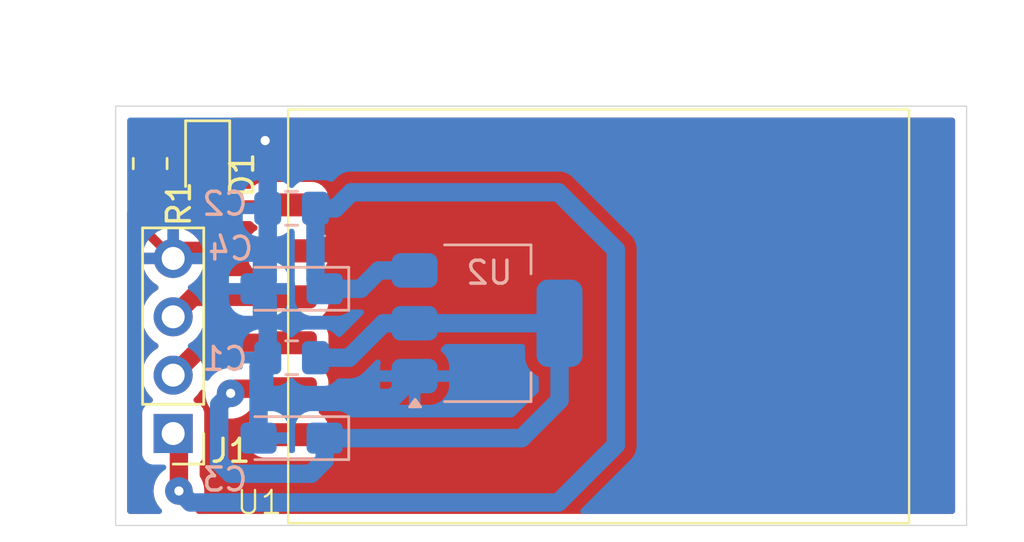
<source format=kicad_pcb>
(kicad_pcb (version 20241229) (generator "pcbnew") (generator_version "9.0")
  (layers (0 "F.Cu" signal) (2 "B.Cu" signal) (13 "F.Paste" user) (15 "B.Paste" user) (5 "F.SilkS" user "F.Silkscreen") (7 "B.SilkS" user "B.Silkscreen") (1 "F.Mask" user) (3 "B.Mask" user) (25 "Edge.Cuts" user))
  (net 0 "")
  (net 1 "Net-(U1-H2_3v3)")
  (net 2 "GND")
  (net 3 "Net-(J1-Pin_1)")
  (net 4 "Net-(D1-K)")
  (net 5 "/DN")
  (net 6 "/DP")
  (net 10 "Net-(D1-A)")
  (footprint "LED_SMD:LED_0805_2012Metric_Pad1.15x1.40mm_HandSolder" (layer "F.Cu") (at 120.5 73.75 -90)
    (property "Reference" "D1" (at 0.5 -1.5 270) (layer "F.SilkS"))
    (property "Value" "LED")
    (fp_line (start -1.86 0.96) (end 1 0.96) (stroke (width 0.12)) (layer "F.SilkS"))
    (fp_line (start -1.86 -0.96) (end -1.86 0.96) (stroke (width 0.12)) (layer "F.SilkS"))
    (fp_line (start 1 -0.96) (end -1.86 -0.96) (stroke (width 0.12)) (layer "F.SilkS"))
    (pad "1" smd roundrect (at -1.025 0 270) (size 1.15 1.4) (layers "F.Cu" "F.Mask" "F.Paste") (roundrect_rratio 0.217391) (net 4 "Net-(D1-K)"))
    (pad "2" smd roundrect (at 1.025 0 270) (size 1.15 1.4) (layers "F.Cu" "F.Mask" "F.Paste") (roundrect_rratio 0.217391) (net 10 "Net-(D1-A)"))
  )
  (footprint "Connector_PinHeader_2.54mm:PinHeader_1x04_P2.54mm_Vertical" (layer "F.Cu") (at 119 85.5 180)
    (property "Reference" "J1" (at -2.5 -0.75 180) (layer "F.SilkS"))
    (property "Value" "Conn_01x04_Socket")
    (fp_line (start 1.33 1.27) (end 1.33 8.95) (stroke (width 0.12)) (layer "F.SilkS"))
    (fp_line (start -1.33 8.95) (end 1.33 8.95) (stroke (width 0.12)) (layer "F.SilkS"))
    (fp_line (start -1.33 1.27) (end 1.33 1.27) (stroke (width 0.12)) (layer "F.SilkS"))
    (fp_line (start -1.33 1.27) (end -1.33 8.95) (stroke (width 0.12)) (layer "F.SilkS"))
    (fp_line (start -1.33 0) (end -1.33 -1.33) (stroke (width 0.12)) (layer "F.SilkS"))
    (fp_line (start -1.33 -1.33) (end 0 -1.33) (stroke (width 0.12)) (layer "F.SilkS"))
    (pad "1" thru_hole rect (at 0 0 180) (size 1.7 1.7) (drill 1) (layers "*.Cu" "*.Mask") (net 3 "Net-(J1-Pin_1)"))
    (pad "2" thru_hole oval (at 0 2.54 180) (size 1.7 1.7) (drill 1) (layers "*.Cu" "*.Mask") (net 5 "/DN"))
    (pad "3" thru_hole oval (at 0 5.08 180) (size 1.7 1.7) (drill 1) (layers "*.Cu" "*.Mask") (net 6 "/DP"))
    (pad "4" thru_hole oval (at 0 7.62 180) (size 1.7 1.7) (drill 1) (layers "*.Cu" "*.Mask") (net 2 "GND"))
  )
  (footprint "Library:RTL8812AU" (layer "F.Cu") (at 128 89.4)
    (property "Reference" "U1" (at -5.25 -0.9 0) (layer "F.SilkS") (effects (font (thickness 0.1))))
    (property "Value" "~")
    (fp_rect (start -4 -18) (end 23 0) (stroke (width 0.1)) (fill no) (layer "F.SilkS"))
    (pad "1" smd roundrect (at -4 -3.85) (size 2.5 1) (layers "F.Cu" "F.Mask" "F.Paste"))
    (pad "2" smd roundrect (at -4 -5.85) (size 2.5 1) (layers "F.Cu" "F.Mask" "F.Paste") (net 1 "Net-(U1-H2_3v3)"))
    (pad "3" smd roundrect (at -4 -7.85) (size 2.5 1) (layers "F.Cu" "F.Mask" "F.Paste") (net 5 "/DN"))
    (pad "4" smd roundrect (at -4 -9.85) (size 2.5 1) (layers "F.Cu" "F.Mask" "F.Paste") (net 6 "/DP"))
    (pad "5" smd roundrect (at -4 -11.85) (size 2.5 1) (layers "F.Cu" "F.Mask" "F.Paste") (net 2 "GND"))
    (pad "6" smd roundrect (at -4 -13.85) (size 2.5 1) (layers "F.Cu" "F.Mask" "F.Paste") (net 10 "Net-(D1-A)"))
    (pad "7" smd roundrect (at 23 -14.7) (size 2.5 1) (layers "F.Cu" "F.Mask" "F.Paste") (net 2 "GND"))
    (pad "8" smd roundrect (at 23 -13.1) (size 2.5 1) (layers "F.Cu" "F.Mask" "F.Paste"))
    (pad "9" smd roundrect (at 23 -11.5) (size 2.5 1) (layers "F.Cu" "F.Mask" "F.Paste") (net 2 "GND"))
    (pad "10" smd roundrect (at 23 -6.2) (size 2.5 1) (layers "F.Cu" "F.Mask" "F.Paste") (net 2 "GND"))
    (pad "11" smd roundrect (at 23 -4.6) (size 2.5 1) (layers "F.Cu" "F.Mask" "F.Paste"))
    (pad "12" smd roundrect (at 23 -3) (size 2.5 1) (layers "F.Cu" "F.Mask" "F.Paste") (net 2 "GND"))
  )
  (footprint "Resistor_SMD:R_0805_2012Metric_Pad1.20x1.40mm_HandSolder" (layer "F.Cu") (at 118 73.75 90)
    (property "Reference" "R1" (at -1.75 1.25 90) (layer "F.SilkS"))
    (property "Value" "220")
    (fp_line (start -0.227064 -0.735) (end 0.227064 -0.735) (stroke (width 0.12)) (layer "F.SilkS"))
    (fp_line (start -0.227064 0.735) (end 0.227064 0.735) (stroke (width 0.12)) (layer "F.SilkS"))
    (pad "1" smd roundrect (at -1 0 90) (size 1.2 1.4) (layers "F.Cu" "F.Mask" "F.Paste") (roundrect_rratio 0.208333) (net 2 "GND"))
    (pad "2" smd roundrect (at 1 0 90) (size 1.2 1.4) (layers "F.Cu" "F.Mask" "F.Paste") (roundrect_rratio 0.208333) (net 4 "Net-(D1-K)"))
  )
  (footprint "Capacitor_Tantalum_SMD:CP_EIA-3216-10_Kemet-I_Pad1.58x1.35mm_HandSolder" (layer "B.Cu") (at 124.15 85.7 180)
    (property "Reference" "C3" (at 2.9 -1.8 180) (layer "B.SilkS") (effects (justify mirror)))
    (property "Value" "10u")
    (fp_line (start 1.6 -0.935) (end -2.485 -0.935) (stroke (width 0.12)) (layer "B.SilkS"))
    (fp_line (start -2.485 0.935) (end 1.6 0.935) (stroke (width 0.12)) (layer "B.SilkS"))
    (fp_line (start -2.485 -0.935) (end -2.485 0.935) (stroke (width 0.12)) (layer "B.SilkS"))
    (pad "1" smd roundrect (at -1.4375 0 180) (size 1.575 1.35) (layers "B.Cu" "B.Mask" "B.Paste") (roundrect_rratio 0.185185) (net 1 "Net-(U1-H2_3v3)"))
    (pad "2" smd roundrect (at 1.4375 0 180) (size 1.575 1.35) (layers "B.Cu" "B.Mask" "B.Paste") (roundrect_rratio 0.185185) (net 2 "GND"))
  )
  (footprint "Package_TO_SOT_SMD:SOT-223-3_TabPin2" (layer "B.Cu") (at 132.65 80.7)
    (property "Reference" "U2" (at 0.1 -2.2 0) (layer "B.SilkS") (effects (justify mirror)))
    (property "Value" "AP1117-33")
    (fp_line (start 1.91 -3.41) (end -1.85 -3.41) (stroke (width 0.12)) (layer "B.SilkS"))
    (fp_line (start 1.91 -2.15) (end 1.91 -3.41) (stroke (width 0.12)) (layer "B.SilkS"))
    (fp_line (start 1.91 2.15) (end 1.91 3.41) (stroke (width 0.12)) (layer "B.SilkS"))
    (fp_line (start 1.91 3.41) (end -1.85 3.41) (stroke (width 0.12)) (layer "B.SilkS"))
    (fp_poly (pts (xy -3.13 3.31) (xy -3.37 3.64) (xy -2.89 3.64) (xy -3.13 3.31)) (stroke (width 0.12)) (fill yes) (layer "B.SilkS"))
    (pad "1" smd roundrect (at -3.15 2.3) (size 2 1.5) (layers "B.Cu" "B.Mask" "B.Paste") (net 2 "GND"))
    (pad "2" smd roundrect (at -3.15 0) (size 2 1.5) (layers "B.Cu" "B.Mask" "B.Paste") (net 1 "Net-(U1-H2_3v3)"))
    (pad "2" smd roundrect (at 3.15 0) (size 2 3.8) (layers "B.Cu" "B.Mask" "B.Paste") (net 1 "Net-(U1-H2_3v3)"))
    (pad "3" smd roundrect (at -3.15 -2.3) (size 2 1.5) (layers "B.Cu" "B.Mask" "B.Paste") (net 3 "Net-(J1-Pin_1)"))
  )
  (footprint "Capacitor_SMD:C_0805_2012Metric_Pad1.18x1.45mm_HandSolder" (layer "B.Cu") (at 124.15 82.2 180)
    (property "Reference" "C1" (at 2.9 -0.05 180) (layer "B.SilkS") (effects (justify mirror)))
    (property "Value" "100n")
    (fp_line (start 0.261252 0.735) (end -0.261252 0.735) (stroke (width 0.12)) (layer "B.SilkS"))
    (fp_line (start 0.261252 -0.735) (end -0.261252 -0.735) (stroke (width 0.12)) (layer "B.SilkS"))
    (pad "1" smd roundrect (at -1.0375 0 180) (size 1.175 1.45) (layers "B.Cu" "B.Mask" "B.Paste") (roundrect_rratio 0.212766) (net 1 "Net-(U1-H2_3v3)"))
    (pad "2" smd roundrect (at 1.0375 0 180) (size 1.175 1.45) (layers "B.Cu" "B.Mask" "B.Paste") (roundrect_rratio 0.212766) (net 2 "GND"))
  )
  (footprint "Capacitor_SMD:C_0805_2012Metric_Pad1.18x1.45mm_HandSolder" (layer "B.Cu") (at 124.15 75.7 180)
    (property "Reference" "C2" (at 2.9 0.2 180) (layer "B.SilkS") (effects (justify mirror)))
    (property "Value" "100n")
    (fp_line (start 0.261252 0.735) (end -0.261252 0.735) (stroke (width 0.12)) (layer "B.SilkS"))
    (fp_line (start 0.261252 -0.735) (end -0.261252 -0.735) (stroke (width 0.12)) (layer "B.SilkS"))
    (pad "1" smd roundrect (at -1.0375 0 180) (size 1.175 1.45) (layers "B.Cu" "B.Mask" "B.Paste") (roundrect_rratio 0.212766) (net 3 "Net-(J1-Pin_1)"))
    (pad "2" smd roundrect (at 1.0375 0 180) (size 1.175 1.45) (layers "B.Cu" "B.Mask" "B.Paste") (roundrect_rratio 0.212766) (net 2 "GND"))
  )
  (footprint "Capacitor_Tantalum_SMD:CP_EIA-3216-10_Kemet-I_Pad1.58x1.35mm_HandSolder" (layer "B.Cu") (at 124.15 79.2 180)
    (property "Reference" "C4" (at 2.65 1.75 180) (layer "B.SilkS") (effects (justify mirror)))
    (property "Value" "10u")
    (fp_line (start 1.6 -0.935) (end -2.485 -0.935) (stroke (width 0.12)) (layer "B.SilkS"))
    (fp_line (start -2.485 0.935) (end 1.6 0.935) (stroke (width 0.12)) (layer "B.SilkS"))
    (fp_line (start -2.485 -0.935) (end -2.485 0.935) (stroke (width 0.12)) (layer "B.SilkS"))
    (pad "1" smd roundrect (at -1.4375 0 180) (size 1.575 1.35) (layers "B.Cu" "B.Mask" "B.Paste") (roundrect_rratio 0.185185) (net 3 "Net-(J1-Pin_1)"))
    (pad "2" smd roundrect (at 1.4375 0 180) (size 1.575 1.35) (layers "B.Cu" "B.Mask" "B.Paste") (roundrect_rratio 0.185185) (net 2 "GND"))
  )
  (gr_rect (start 116.5 71.25) (end 153.5 89.5) (stroke (width 0.05)) (fill no) (layer "Edge.Cuts"))
  (segment (start 121.7 83.55) (end 121.5 83.75) (width 0.8) (layer "F.Cu") (net 1))
  (segment (start 124 83.55) (end 121.7 83.55) (width 0.8) (layer "F.Cu") (net 1))
  (via (at 121.5 83.75) (size 1.2) (drill 0.4) (layers "F.Cu" "B.Cu") (net 1))
  (segment (start 129.5 80.7) (end 135.8 80.7) (width 0.8) (layer "B.Cu") (net 1))
  (segment (start 135.8 84.05) (end 135.8 80.7) (width 0.8) (layer "B.Cu") (net 1))
  (segment (start 121 84.25) (end 121 86.75) (width 0.8) (layer "B.Cu") (net 1))
  (segment (start 125 87.25) (end 125.5875 86.6625) (width 0.8) (layer "B.Cu") (net 1))
  (segment (start 126.65 82.2) (end 128.15 80.7) (width 0.8) (layer "B.Cu") (net 1))
  (segment (start 128.15 80.7) (end 129.5 80.7) (width 0.8) (layer "B.Cu") (net 1))
  (segment (start 125.5875 85.7) (end 134.15 85.7) (width 0.8) (layer "B.Cu") (net 1))
  (segment (start 125.1875 82.2) (end 126.65 82.2) (width 0.8) (layer "B.Cu") (net 1))
  (segment (start 121.5 87.25) (end 125 87.25) (width 0.8) (layer "B.Cu") (net 1))
  (segment (start 121.5 83.75) (end 121 84.25) (width 0.8) (layer "B.Cu") (net 1))
  (segment (start 125.5875 86.6625) (end 125.5875 85.7) (width 0.8) (layer "B.Cu") (net 1))
  (segment (start 134.15 85.7) (end 135.8 84.05) (width 0.8) (layer "B.Cu") (net 1))
  (segment (start 121 86.75) (end 121.5 87.25) (width 0.8) (layer "B.Cu") (net 1))
  (segment (start 148 76.25) (end 149.55 74.7) (width 1) (layer "F.Cu") (net 2))
  (segment (start 149.55 74.7) (end 149.95 74.7) (width 1) (layer "F.Cu") (net 2))
  (segment (start 147.75 72.5) (end 128.25 72.5) (width 1) (layer "F.Cu") (net 2))
  (segment (start 151 74.7) (end 149.95 74.7) (width 1) (layer "F.Cu") (net 2))
  (segment (start 148 78) (end 148 76.25) (width 1) (layer "F.Cu") (net 2))
  (segment (start 151 83.2) (end 148.05 83.2) (width 1) (layer "F.Cu") (net 2))
  (segment (start 148 83.25) (end 148 78) (width 1) (layer "F.Cu") (net 2))
  (segment (start 127 76.25) (end 125.7 77.55) (width 1) (layer "F.Cu") (net 2))
  (segment (start 149.89957 86.5) (end 149.25 86.5) (width 1) (layer "F.Cu") (net 2))
  (segment (start 151 77.9) (end 148.1 77.9) (width 1) (layer "F.Cu") (net 2))
  (segment (start 149.99957 86.4) (end 149.89957 86.5) (width 1) (layer "F.Cu") (net 2))
  (segment (start 125.7 77.55) (end 124 77.55) (width 1) (layer "F.Cu") (net 2))
  (segment (start 124 77.55) (end 119.33 77.55) (width 0.8) (layer "F.Cu") (net 2))
  (segment (start 118 76.88) (end 119 77.88) (width 0.4) (layer "F.Cu") (net 2))
  (segment (start 151 86.4) (end 149.99957 86.4) (width 1) (layer "F.Cu") (net 2))
  (segment (start 149.25 86.5) (end 148 85.25) (width 1) (layer "F.Cu") (net 2))
  (segment (start 148.05 83.2) (end 148 83.25) (width 1) (layer "F.Cu") (net 2))
  (segment (start 148 85.25) (end 148 83.25) (width 1) (layer "F.Cu") (net 2))
  (segment (start 123 72.75) (end 126 72.75) (width 0.8) (layer "F.Cu") (net 2))
  (segment (start 127 73.75) (end 127 76.25) (width 1) (layer "F.Cu") (net 2))
  (segment (start 148.1 77.9) (end 148 78) (width 1) (layer "F.Cu") (net 2))
  (segment (start 126 72.75) (end 127 73.75) (width 0.8) (layer "F.Cu") (net 2))
  (segment (start 119.33 77.55) (end 119 77.88) (width 0.8) (layer "F.Cu") (net 2))
  (segment (start 149.95 74.7) (end 147.75 72.5) (width 1) (layer "F.Cu") (net 2))
  (segment (start 128.25 72.5) (end 127 73.75) (width 1) (layer "F.Cu") (net 2))
  (segment (start 118 74.75) (end 118 76.88) (width 0.4) (layer "F.Cu") (net 2))
  (via (at 123 72.75) (size 1.2) (drill 0.4) (layers "F.Cu" "B.Cu") (net 2))
  (segment (start 123.1125 79.6) (end 122.7125 79.2) (width 0.8) (layer "B.Cu") (net 2))
  (segment (start 128.55 83.95) (end 122.9625 83.95) (width 0.8) (layer "B.Cu") (net 2))
  (segment (start 123.1125 72.8625) (end 123 72.75) (width 0.8) (layer "B.Cu") (net 2))
  (segment (start 122.7125 83.7) (end 122.7125 82.6) (width 0.8) (layer "B.Cu") (net 2))
  (segment (start 122.7125 85.7) (end 122.7125 83.7) (width 0.8) (layer "B.Cu") (net 2))
  (segment (start 123.1125 75.7) (end 123.1125 72.8625) (width 0.8) (layer "B.Cu") (net 2))
  (segment (start 123.1125 82.2) (end 123.1125 79.6) (width 0.8) (layer "B.Cu") (net 2))
  (segment (start 123.1125 78.8) (end 122.7125 79.2) (width 0.8) (layer "B.Cu") (net 2))
  (segment (start 122.7125 82.6) (end 123.1125 82.2) (width 0.8) (layer "B.Cu") (net 2))
  (segment (start 122.9625 83.95) (end 122.7125 83.7) (width 0.8) (layer "B.Cu") (net 2))
  (segment (start 129.5 83) (end 128.55 83.95) (width 0.8) (layer "B.Cu") (net 2))
  (segment (start 123.1125 75.7) (end 123.1125 78.8) (width 0.8) (layer "B.Cu") (net 2))
  (segment (start 119.25 88) (end 119.25 85.75) (width 0.8) (layer "F.Cu") (net 3))
  (segment (start 119.25 85.75) (end 119 85.5) (width 0.8) (layer "F.Cu") (net 3))
  (via (at 119.25 88) (size 1.2) (drill 0.4) (layers "F.Cu" "B.Cu") (net 3))
  (segment (start 119.25 88) (end 119.75 88.5) (width 0.8) (layer "B.Cu") (net 3))
  (segment (start 125.1875 75.7) (end 125.1875 78.8) (width 0.8) (layer "B.Cu") (net 3))
  (segment (start 138.25 86) (end 138.25 77.5) (width 0.8) (layer "B.Cu") (net 3))
  (segment (start 125.1875 78.8) (end 125.5875 79.2) (width 0.8) (layer "B.Cu") (net 3))
  (segment (start 127.15 79.2) (end 127.95 78.4) (width 0.8) (layer "B.Cu") (net 3))
  (segment (start 125.5875 79.2) (end 127.15 79.2) (width 0.8) (layer "B.Cu") (net 3))
  (segment (start 119.75 88.5) (end 135.75 88.5) (width 0.8) (layer "B.Cu") (net 3))
  (segment (start 135.75 75) (end 126.75 75) (width 0.8) (layer "B.Cu") (net 3))
  (segment (start 135.75 88.5) (end 138.25 86) (width 0.8) (layer "B.Cu") (net 3))
  (segment (start 126.75 75) (end 126.05 75.7) (width 0.8) (layer "B.Cu") (net 3))
  (segment (start 126.05 75.7) (end 125.1875 75.7) (width 0.8) (layer "B.Cu") (net 3))
  (segment (start 127.95 78.4) (end 129.5 78.4) (width 0.8) (layer "B.Cu") (net 3))
  (segment (start 138.25 77.5) (end 135.75 75) (width 0.8) (layer "B.Cu") (net 3))
  (segment (start 118.025 72.725) (end 118 72.75) (width 0.4) (layer "F.Cu") (net 4))
  (segment (start 120.5 72.725) (end 118.025 72.725) (width 0.4) (layer "F.Cu") (net 4))
  (segment (start 120.41 81.55) (end 119 82.96) (width 0.8) (layer "F.Cu") (net 5))
  (segment (start 124 81.55) (end 120.41 81.55) (width 0.8) (layer "F.Cu") (net 5))
  (segment (start 119.87 79.55) (end 119 80.42) (width 0.8) (layer "F.Cu") (net 6))
  (segment (start 124 79.55) (end 119.87 79.55) (width 0.8) (layer "F.Cu") (net 6))
  (segment (start 124 75.55) (end 121.275 75.55) (width 0.4) (layer "F.Cu") (net 10))
  (segment (start 121.275 75.55) (end 120.5 74.775) (width 0.4) (layer "F.Cu") (net 10))
  (zone (net 2) (net_name "GND") (layers "F.Cu" "B.Cu") (connect_pads (clearance 0.5)) (min_thickness 0.25) (fill yes (thermal_gap 0.5) (thermal_bridge_width 0.5))
    (polygon (pts (xy 116.5 70.5) (xy 116.5 90.25) (xy 156 90.25) (xy 156 70.5)))
  )
)
</source>
